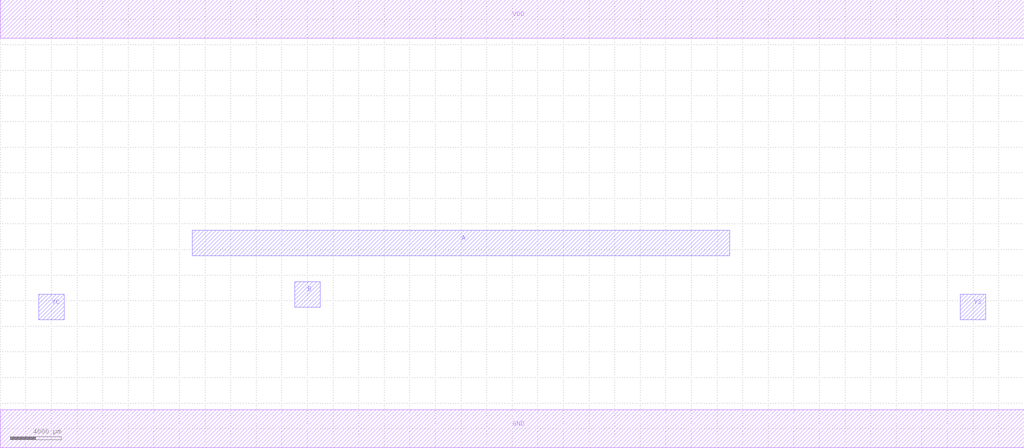
<source format=lef>
MACRO HAX1
 CLASS CORE ;
 ORIGIN 0 0 ;
 FOREIGN HAX1 0 0 ;
 SITE CORE ;
 SYMMETRY X Y R90 ;
  PIN VDD
   DIRECTION INOUT ;
   USE SIGNAL ;
   SHAPE ABUTMENT ;
    PORT
     CLASS CORE ;
       LAYER metal1 ;
        RECT 0.00000000 30500.00000000 80000.00000000 33500.00000000 ;
    END
  END VDD

  PIN GND
   DIRECTION INOUT ;
   USE SIGNAL ;
   SHAPE ABUTMENT ;
    PORT
     CLASS CORE ;
       LAYER metal1 ;
        RECT 0.00000000 -1500.00000000 80000.00000000 1500.00000000 ;
    END
  END GND

  PIN A
   DIRECTION INOUT ;
   USE SIGNAL ;
   SHAPE ABUTMENT ;
    PORT
     CLASS CORE ;
       LAYER metal2 ;
        RECT 15000.00000000 13500.00000000 57000.00000000 15500.00000000 ;
    END
  END A

  PIN B
   DIRECTION INOUT ;
   USE SIGNAL ;
   SHAPE ABUTMENT ;
    PORT
     CLASS CORE ;
       LAYER metal2 ;
        RECT 23000.00000000 9500.00000000 25000.00000000 11500.00000000 ;
    END
  END B

  PIN YC
   DIRECTION INOUT ;
   USE SIGNAL ;
   SHAPE ABUTMENT ;
    PORT
     CLASS CORE ;
       LAYER metal2 ;
        RECT 3000.00000000 8500.00000000 5000.00000000 10500.00000000 ;
    END
  END YC

  PIN YS
   DIRECTION INOUT ;
   USE SIGNAL ;
   SHAPE ABUTMENT ;
    PORT
     CLASS CORE ;
       LAYER metal2 ;
        RECT 75000.00000000 8500.00000000 77000.00000000 10500.00000000 ;
    END
  END YS


END HAX1

</source>
